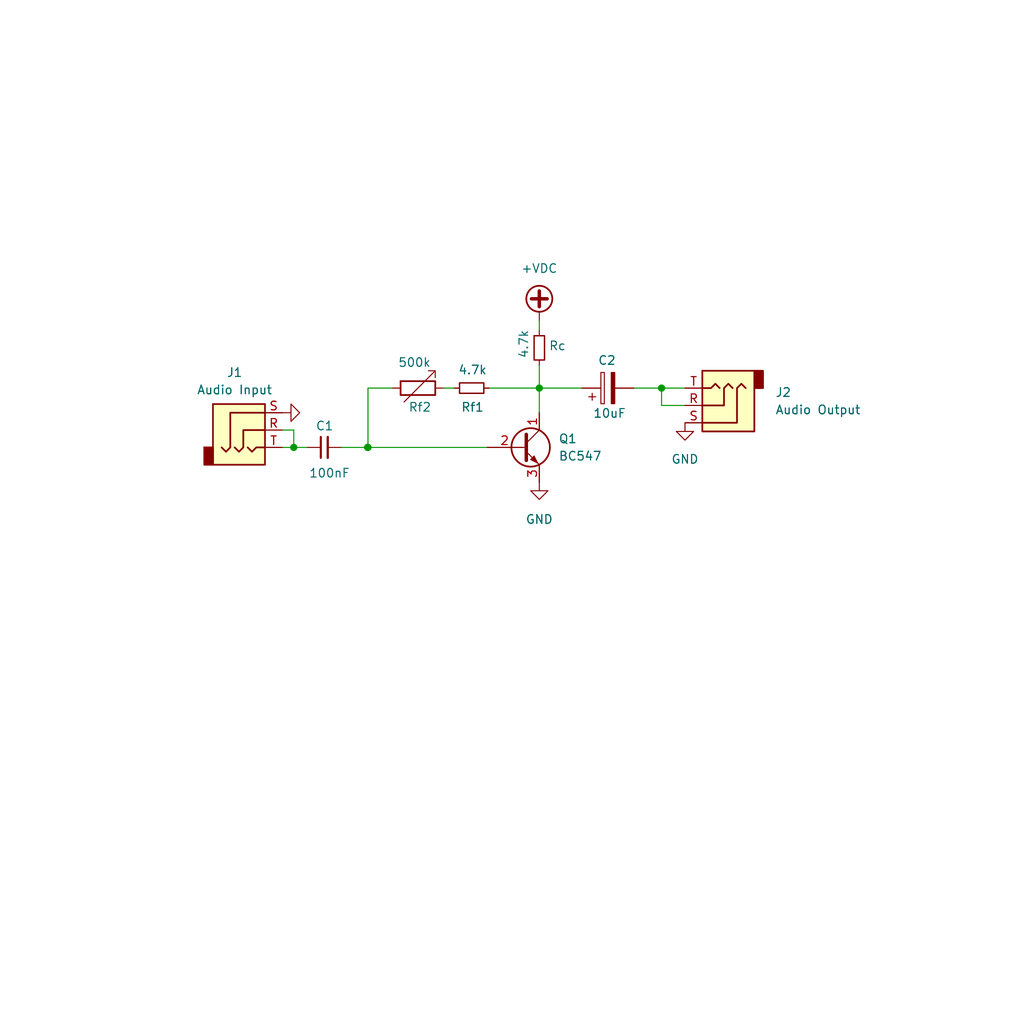
<source format=kicad_sch>
(kicad_sch (version 20211123) (generator eeschema)
  (paper "User" 150.012 150.012)
  (lib_symbols
    (symbol "Connector:AudioJack3"
      (property "Reference" "J" (at 0 8.89 0))
      (property "Value" "AudioJack3" (at 0 6.35 0))
      (symbol "AudioJack3_0_1"
        (rectangle (start -5.08 -5.08) (end -6.35 -2.54) (stroke (width 0.254)) (fill (type outline)))
        (polyline (pts (xy 0 -2.54) (xy 0.635 -3.175) (xy 1.27 -2.54) (xy 2.54 -2.54)) (stroke (width 0.254)))
        (polyline (pts (xy -1.905 -2.54) (xy -1.27 -3.175) (xy -0.635 -2.54) (xy -0.635 0) (xy 2.54 0)) (stroke (width 0.254)))
        (polyline (pts (xy 2.54 2.54) (xy -2.54 2.54) (xy -2.54 -2.54) (xy -3.175 -3.175) (xy -3.81 -2.54)) (stroke (width 0.254)))
        (rectangle (start 2.54 3.81) (end -5.08 -5.08) (stroke (width 0.254)) (fill (type background)))
      )
      (symbol "AudioJack3_1_1"
        (pin passive line (at 5.08 0 180) (length 2.54) (name "~") (number "R"))
        (pin passive line (at 5.08 2.54 180) (length 2.54) (name "~") (number "S"))
        (pin passive line (at 5.08 -2.54 180) (length 2.54) (name "~") (number "T"))
      )
    )
    (symbol "Device:C_Polarized" (pin_numbers hide) (pin_names (offset 0.254))
      (property "Reference" "C" (at 0.635 2.54 0))
      (property "Value" "C_Polarized" (at 0.635 -2.54 0))
      (symbol "C_Polarized_0_1"
        (rectangle (start -2.286 0.508) (end 2.286 1.016))
        (polyline (pts (xy -1.778 2.286) (xy -0.762 2.286)))
        (polyline (pts (xy -1.27 2.794) (xy -1.27 1.778)))
        (rectangle (start 2.286 -0.508) (end -2.286 -1.016) (fill (type outline)))
      )
      (symbol "C_Polarized_1_1"
        (pin passive line (at 0 3.81 270) (length 2.794) (name "~") (number "1"))
        (pin passive line (at 0 -3.81 90) (length 2.794) (name "~") (number "2"))
      )
    )
    (symbol "Device:C_Small" (pin_numbers hide) (pin_names (offset 0.254) hide)
      (property "Reference" "C" (at 0.254 1.778 0))
      (property "Value" "C_Small" (at 0.254 -2.032 0))
      (symbol "C_Small_0_1"
        (polyline (pts (xy -1.524 -0.508) (xy 1.524 -0.508)) (stroke (width 0.3302)))
        (polyline (pts (xy -1.524 0.508) (xy 1.524 0.508)) (stroke (width 0.3048)))
      )
      (symbol "C_Small_1_1"
        (pin passive line (at 0 2.54 270) (length 2.032) (name "~") (number "1"))
        (pin passive line (at 0 -2.54 90) (length 2.032) (name "~") (number "2"))
      )
    )
    (symbol "Device:R_Small" (pin_numbers hide) (pin_names (offset 0.254) hide)
      (property "Reference" "R" (at 0.762 0.508 0))
      (property "Value" "R_Small" (at 0.762 -1.016 0))
      (symbol "R_Small_0_1"
        (rectangle (start -0.762 1.778) (end 0.762 -1.778) (stroke (width 0.2032)))
      )
      (symbol "R_Small_1_1"
        (pin passive line (at 0 2.54 270) (length 0.762) (name "~") (number "1"))
        (pin passive line (at 0 -2.54 90) (length 0.762) (name "~") (number "2"))
      )
    )
    (symbol "Device:R_Variable" (pin_numbers hide) (pin_names (offset 0))
      (property "Reference" "R" (at 2.54 -2.54 90))
      (property "Value" "R_Variable" (at -2.54 -1.27 90))
      (symbol "R_Variable_0_1"
        (rectangle (start -1.016 -2.54) (end 1.016 2.54) (stroke (width 0.254)))
        (polyline (pts (xy 2.54 1.524) (xy 2.54 2.54) (xy 1.524 2.54) (xy 2.54 2.54) (xy -2.032 -2.032)))
      )
      (symbol "R_Variable_1_1"
        (pin passive line (at 0 3.81 270) (length 1.27) (name "~") (number "1"))
        (pin passive line (at 0 -3.81 90) (length 1.27) (name "~") (number "2"))
      )
    )
    (symbol "Transistor_BJT:BC547" (pin_names (offset 0) hide)
      (property "Reference" "Q" (at 5.08 1.905 0))
      (property "Value" "BC547" (at 5.08 0 0))
      (symbol "BC547_0_1"
        (polyline (pts (xy 0 0) (xy 0.635 0)))
        (polyline (pts (xy 0.635 0.635) (xy 2.54 2.54)))
        (polyline (pts (xy 0.635 -0.635) (xy 2.54 -2.54) (xy 2.54 -2.54)))
        (polyline (pts (xy 0.635 1.905) (xy 0.635 -1.905) (xy 0.635 -1.905)) (stroke (width 0.508)))
        (polyline (pts (xy 1.27 -1.778) (xy 1.778 -1.27) (xy 2.286 -2.286) (xy 1.27 -1.778) (xy 1.27 -1.778)) (fill (type outline)))
        (circle (center 1.27 0) (radius 2.8194) (stroke (width 0.254)))
      )
      (symbol "BC547_1_1"
        (pin passive line (at 2.54 5.08 270) (length 2.54) (name "C") (number "1"))
        (pin input line (at -5.08 0 0) (length 5.08) (name "B") (number "2"))
        (pin passive line (at 2.54 -5.08 90) (length 2.54) (name "E") (number "3"))
      )
    )
    (symbol "power:+VDC" (power) (pin_names (offset 0))
      (property "Value" "+VDC" (at 0 6.35 0))
      (symbol "+VDC_0_1"
        (polyline (pts (xy -1.143 3.175) (xy 1.143 3.175)) (stroke (width 0.508)))
        (polyline (pts (xy 0 0) (xy 0 1.27)))
        (polyline (pts (xy 0 2.032) (xy 0 4.318)) (stroke (width 0.508)))
        (circle (center 0 3.175) (radius 1.905) (stroke (width 0.254)))
      )
      (symbol "+VDC_1_1"
        (pin power_in line (at 0 0 90) (length 0) hide (name "+VDC") (number "1"))
      )
    )
    (symbol "power:GND" (power) (pin_names (offset 0))
      (property "Value" "GND" (at 0 -3.81 0))
      (symbol "GND_0_1"
        (polyline (pts (xy 0 0) (xy 0 -1.27) (xy 1.27 -1.27) (xy 0 -2.54) (xy -1.27 -1.27) (xy 0 -1.27)))
      )
      (symbol "GND_1_1"
        (pin power_in line (at 0 0 270) (length 0) hide (name "GND") (number "1"))
      )
    )
  )
  (junction (at 53.8988 65.532))
  (junction (at 53.848 65.532))
  (junction (at 43.0276 65.532))
  (junction (at 78.994 56.8452))
  (junction (at 96.901 56.8452))
  (wire (pts (xy 50.038 65.532) (xy 53.848 65.532)))
  (wire (pts (xy 43.0276 65.532) (xy 43.0276 62.992)))
  (wire (pts (xy 78.994 46.9392) (xy 78.994 48.4124)))
  (wire (pts (xy 57.404 56.8452) (xy 53.8988 56.8452)))
  (wire (pts (xy 43.0276 65.532) (xy 44.958 65.532)))
  (wire (pts (xy 78.994 53.4924) (xy 78.994 56.8452)))
  (wire (pts (xy 78.994 56.8452) (xy 85.217 56.8452)))
  (wire (pts (xy 96.901 56.8452) (xy 100.33 56.8452)))
  (wire (pts (xy 100.33 59.3852) (xy 96.901 59.3852)))
  (wire (pts (xy 71.374 65.532) (xy 53.8988 65.532)))
  (wire (pts (xy 71.628 56.8452) (xy 78.994 56.8452)))
  (wire (pts (xy 65.024 56.8452) (xy 66.548 56.8452)))
  (wire (pts (xy 96.901 59.3852) (xy 96.901 56.8452)))
  (wire (pts (xy 41.3512 62.992) (xy 43.0276 62.992)))
  (wire (pts (xy 92.837 56.8452) (xy 96.901 56.8452)))
  (wire (pts (xy 41.3512 65.532) (xy 43.0276 65.532)))
  (wire (pts (xy 53.8988 56.8452) (xy 53.8988 65.532)))
  (wire (pts (xy 78.994 60.452) (xy 78.994 56.8452)))
  (symbol (lib_id "Device:R_Small") (at 78.994 50.9524 0) (unit 1)
    (property "Reference" "Rc" (at 80.3656 50.6476 0) (effects (justify left)))
    (property "Value" "4.7k" (at 76.708 52.5272 90) (effects (justify left)))
  )
  (symbol (lib_id "Device:R_Small") (at 69.088 56.8452 90) (unit 1)
    (property "Reference" "Rf1" (at 69.215 59.6392 90))
    (property "Value" "4.7k" (at 69.215 54.1782 90))
  )
  (symbol (lib_id "Device:C_Small") (at 47.498 65.532 90) (unit 1)
    (property "Reference" "C1" (at 47.5488 62.3824 90))
    (property "Value" "100nF" (at 48.26 69.2912 90))
  )
  (symbol (lib_id "power:+VDC") (at 78.994 46.9392 0) (unit 1)
    (property "Reference" "#PWR?" (effects hide))
    (property "Value" "+VDC" (at 78.994 39.3192 0))
  )
  (symbol (lib_id "Device:R_Variable") (at 61.214 56.8452 270) (mirror x) (unit 1)
    (property "Reference" "Rf2" (at 59.7916 59.6392 90) (effects (justify left)))
    (property "Value" "500k" (at 58.2676 53.086 90) (effects (justify left)))
  )
  (symbol (lib_id "Connector:AudioJack3") (at 36.2712 62.992 0) (unit 1)
    (property "Reference" "J1" (at 34.3662 54.5592 0))
    (property "Value" "Audio Input" (at 34.3662 57.0992 0))
  )
  (symbol (lib_id "power:GND") (at 78.994 70.612 0) (unit 1)
    (property "Reference" "#PWR?" (effects hide))
    (property "Value" "GND" (at 78.994 76.073 0))
  )
  (symbol (lib_id "Device:C_Polarized") (at 89.027 56.8452 90) (unit 1)
    (property "Reference" "C2" (at 88.9 52.7812 90))
    (property "Value" "10uF" (at 89.281 60.5282 90))
  )
  (symbol (lib_id "Connector:AudioJack3") (at 105.41 59.3852 180) (unit 1)
    (property "Reference" "J2" (at 113.538 57.4801 0) (effects (justify right)))
    (property "Value" "Audio Output" (at 113.538 60.0201 0) (effects (justify right)))
  )
  (symbol (lib_id "Transistor_BJT:BC547") (at 76.454 65.532 0) (unit 1)
    (property "Reference" "Q1" (at 81.788 64.2619 0) (effects (justify left)))
    (property "Value" "BC547" (at 81.788 66.8019 0) (effects (justify left)))
    (property "Footprint" "Package_TO_SOT_THT:TO-92_Inline" (effects hide))
    (property "Datasheet" "https://www.onsemi.com/pub/Collateral/BC550-D.pdf" (effects hide))
  )
  (symbol (lib_id "power:GND") (at 100.33 61.9252 0) (unit 1)
    (property "Reference" "#PWR?" (effects hide))
    (property "Value" "GND" (at 100.33 67.2592 0))
  )
  (symbol (lib_id "power:GND") (at 41.3512 60.452 90) (unit 1)
    (property "Reference" "#PWR?" (effects hide))
    (property "Value" "GND" (effects hide))
  )
)
</source>
